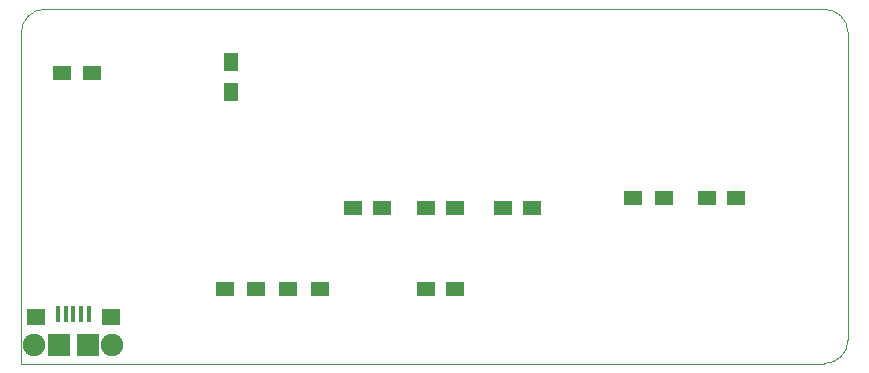
<source format=gbp>
G04 #@! TF.FileFunction,Paste,Bot*
%FSLAX46Y46*%
G04 Gerber Fmt 4.6, Leading zero omitted, Abs format (unit mm)*
G04 Created by KiCad (PCBNEW (2014-12-11 BZR 5320)-product) date Wed Dec 17 12:14:25 2014*
%MOMM*%
G01*
G04 APERTURE LIST*
%ADD10C,0.100000*%
%ADD11R,1.500000X1.300000*%
%ADD12R,1.500000X1.250000*%
%ADD13R,1.250000X1.500000*%
%ADD14R,0.406400X1.371600*%
%ADD15R,1.600200X1.422400*%
%ADD16R,1.905000X1.905000*%
%ADD17C,1.905000*%
G04 APERTURE END LIST*
D10*
X100000000Y-58000000D02*
X100000000Y-32000000D01*
X100000000Y-32000000D02*
G75*
G03X98000000Y-30000000I-2000000J0D01*
G01*
X98000000Y-60000000D02*
G75*
G03X100000000Y-58000000I0J2000000D01*
G01*
X32000000Y-30000000D02*
G75*
G03X30000000Y-32000000I0J-2000000D01*
G01*
X30000000Y-60000000D02*
X30000000Y-32000000D01*
X98000000Y-60000000D02*
X30000000Y-60000000D01*
X32000000Y-30000000D02*
X98000000Y-30000000D01*
D11*
X55250000Y-53700000D03*
X52550000Y-53700000D03*
X47210000Y-53700000D03*
X49910000Y-53700000D03*
X81750000Y-46000000D03*
X84450000Y-46000000D03*
D12*
X60550000Y-46800000D03*
X58050000Y-46800000D03*
X64250000Y-46800000D03*
X66750000Y-46800000D03*
X88050000Y-46000000D03*
X90550000Y-46000000D03*
X70750000Y-46800000D03*
X73250000Y-46800000D03*
D13*
X47750000Y-37000000D03*
X47750000Y-34500000D03*
D12*
X33460000Y-35420000D03*
X35960000Y-35420000D03*
X64250000Y-53700000D03*
X66750000Y-53700000D03*
D14*
X34400000Y-55800000D03*
X33749760Y-55800000D03*
X33099520Y-55800000D03*
X35050240Y-55800000D03*
X35700480Y-55800000D03*
D15*
X37575000Y-56054000D03*
X31225000Y-56054000D03*
D16*
X35606500Y-58467000D03*
X33193500Y-58467000D03*
D17*
X37702000Y-58467000D03*
X31098000Y-58467000D03*
M02*

</source>
